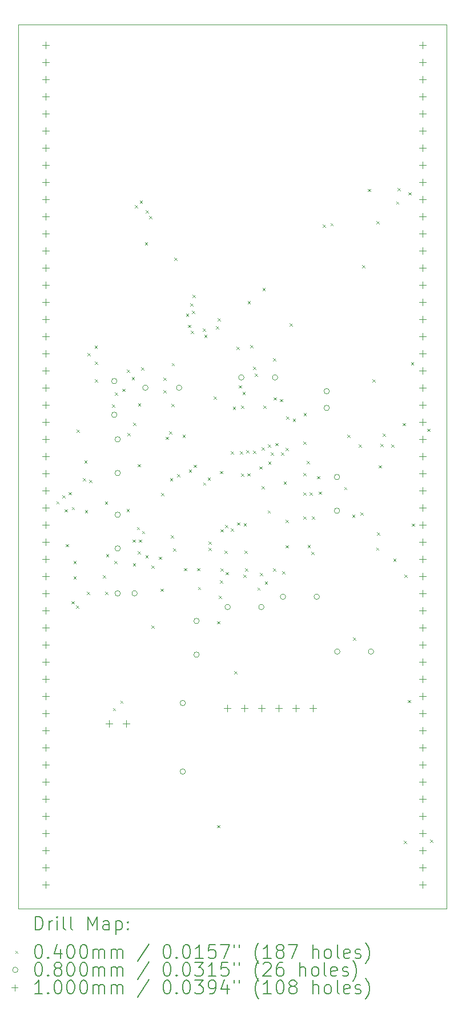
<source format=gbr>
%TF.GenerationSoftware,KiCad,Pcbnew,6.0.11-2627ca5db0~126~ubuntu22.04.1*%
%TF.CreationDate,2023-04-21T14:54:39-05:00*%
%TF.ProjectId,xc2c128_breakout,78633263-3132-4385-9f62-7265616b6f75,rev?*%
%TF.SameCoordinates,Original*%
%TF.FileFunction,Drillmap*%
%TF.FilePolarity,Positive*%
%FSLAX45Y45*%
G04 Gerber Fmt 4.5, Leading zero omitted, Abs format (unit mm)*
G04 Created by KiCad (PCBNEW 6.0.11-2627ca5db0~126~ubuntu22.04.1) date 2023-04-21 14:54:39*
%MOMM*%
%LPD*%
G01*
G04 APERTURE LIST*
%ADD10C,0.100000*%
%ADD11C,0.200000*%
%ADD12C,0.040000*%
%ADD13C,0.080000*%
G04 APERTURE END LIST*
D10*
X5283200Y-5740400D02*
X5435600Y-5740400D01*
X5283200Y-18846800D02*
X5283200Y-5740400D01*
X11633200Y-18846800D02*
X5283200Y-18846800D01*
X11633200Y-5740400D02*
X11633200Y-18846800D01*
X11531600Y-5740400D02*
X11633200Y-5740400D01*
X5435600Y-5740400D02*
X11531600Y-5740400D01*
D11*
D12*
X5847560Y-12807160D02*
X5887560Y-12847160D01*
X5887560Y-12807160D02*
X5847560Y-12847160D01*
X5934810Y-12718780D02*
X5974810Y-12758780D01*
X5974810Y-12718780D02*
X5934810Y-12758780D01*
X5969650Y-12926740D02*
X6009650Y-12966740D01*
X6009650Y-12926740D02*
X5969650Y-12966740D01*
X5988480Y-13442500D02*
X6028480Y-13482500D01*
X6028480Y-13442500D02*
X5988480Y-13482500D01*
X6026480Y-12673070D02*
X6066480Y-12713070D01*
X6066480Y-12673070D02*
X6026480Y-12713070D01*
X6069020Y-14288740D02*
X6109020Y-14328740D01*
X6109020Y-14288740D02*
X6069020Y-14328740D01*
X6075800Y-12893060D02*
X6115800Y-12933060D01*
X6115800Y-12893060D02*
X6075800Y-12933060D01*
X6100560Y-13691410D02*
X6140560Y-13731410D01*
X6140560Y-13691410D02*
X6100560Y-13731410D01*
X6100920Y-13921560D02*
X6140920Y-13961560D01*
X6140920Y-13921560D02*
X6100920Y-13961560D01*
X6139210Y-14355910D02*
X6179210Y-14395910D01*
X6179210Y-14355910D02*
X6139210Y-14395910D01*
X6148510Y-11745960D02*
X6188510Y-11785960D01*
X6188510Y-11745960D02*
X6148510Y-11785960D01*
X6237510Y-12462270D02*
X6277510Y-12502270D01*
X6277510Y-12462270D02*
X6237510Y-12502270D01*
X6261920Y-12199670D02*
X6301920Y-12239670D01*
X6301920Y-12199670D02*
X6261920Y-12239670D01*
X6269160Y-12941770D02*
X6309160Y-12981770D01*
X6309160Y-12941770D02*
X6269160Y-12981770D01*
X6300870Y-14147410D02*
X6340870Y-14187410D01*
X6340870Y-14147410D02*
X6300870Y-14187410D01*
X6310030Y-10610550D02*
X6350030Y-10650550D01*
X6350030Y-10610550D02*
X6310030Y-10650550D01*
X6333330Y-12488540D02*
X6373330Y-12528540D01*
X6373330Y-12488540D02*
X6333330Y-12528540D01*
X6414450Y-10502450D02*
X6454450Y-10542450D01*
X6454450Y-10502450D02*
X6414450Y-10542450D01*
X6417090Y-10999530D02*
X6457090Y-11039530D01*
X6457090Y-10999530D02*
X6417090Y-11039530D01*
X6417200Y-10739320D02*
X6457200Y-10779320D01*
X6457200Y-10739320D02*
X6417200Y-10779320D01*
X6536300Y-13901870D02*
X6576300Y-13941870D01*
X6576300Y-13901870D02*
X6536300Y-13941870D01*
X6566690Y-12811240D02*
X6606690Y-12851240D01*
X6606690Y-12811240D02*
X6566690Y-12851240D01*
X6569310Y-14151650D02*
X6609310Y-14191650D01*
X6609310Y-14151650D02*
X6569310Y-14191650D01*
X6582750Y-13589540D02*
X6622750Y-13629540D01*
X6622750Y-13589540D02*
X6582750Y-13629540D01*
X6672420Y-11372460D02*
X6712420Y-11412460D01*
X6712420Y-11372460D02*
X6672420Y-11412460D01*
X6685710Y-15872170D02*
X6725710Y-15912170D01*
X6725710Y-15872170D02*
X6685710Y-15912170D01*
X6703370Y-13691410D02*
X6743370Y-13731410D01*
X6743370Y-13691410D02*
X6703370Y-13731410D01*
X6716760Y-11196160D02*
X6756760Y-11236160D01*
X6756760Y-11196160D02*
X6716760Y-11236160D01*
X6795730Y-15762020D02*
X6835730Y-15802020D01*
X6835730Y-15762020D02*
X6795730Y-15802020D01*
X6825400Y-11139610D02*
X6865400Y-11179610D01*
X6865400Y-11139610D02*
X6825400Y-11179610D01*
X6888690Y-12922240D02*
X6928690Y-12962240D01*
X6928690Y-12922240D02*
X6888690Y-12962240D01*
X6889850Y-10857650D02*
X6929850Y-10897650D01*
X6929850Y-10857650D02*
X6889850Y-10897650D01*
X6903110Y-11795080D02*
X6943110Y-11835080D01*
X6943110Y-11795080D02*
X6903110Y-11835080D01*
X6964490Y-10964070D02*
X7004490Y-11004070D01*
X7004490Y-10964070D02*
X6964490Y-11004070D01*
X6974620Y-13375440D02*
X7014620Y-13415440D01*
X7014620Y-13375440D02*
X6974620Y-13415440D01*
X6982090Y-13726040D02*
X7022090Y-13766040D01*
X7022090Y-13726040D02*
X6982090Y-13766040D01*
X6982920Y-11645360D02*
X7022920Y-11685360D01*
X7022920Y-11645360D02*
X6982920Y-11685360D01*
X7012680Y-8416400D02*
X7052680Y-8456400D01*
X7052680Y-8416400D02*
X7012680Y-8456400D01*
X7040400Y-13188830D02*
X7080400Y-13228830D01*
X7080400Y-13188830D02*
X7040400Y-13228830D01*
X7053500Y-13546880D02*
X7093500Y-13586880D01*
X7093500Y-13546880D02*
X7053500Y-13586880D01*
X7055080Y-12257830D02*
X7095080Y-12297830D01*
X7095080Y-12257830D02*
X7055080Y-12297830D01*
X7057560Y-11358590D02*
X7097560Y-11398590D01*
X7097560Y-11358590D02*
X7057560Y-11398590D01*
X7069640Y-13375930D02*
X7109640Y-13415930D01*
X7109640Y-13375930D02*
X7069640Y-13415930D01*
X7083120Y-8352390D02*
X7123120Y-8392390D01*
X7123120Y-8352390D02*
X7083120Y-8392390D01*
X7102110Y-10825370D02*
X7142110Y-10865370D01*
X7142110Y-10825370D02*
X7102110Y-10865370D01*
X7115710Y-13247900D02*
X7155710Y-13287900D01*
X7155710Y-13247900D02*
X7115710Y-13287900D01*
X7158020Y-8967710D02*
X7198020Y-9007710D01*
X7198020Y-8967710D02*
X7158020Y-9007710D01*
X7167240Y-13608220D02*
X7207240Y-13648220D01*
X7207240Y-13608220D02*
X7167240Y-13648220D01*
X7171580Y-8493860D02*
X7211580Y-8533860D01*
X7211580Y-8493860D02*
X7171580Y-8533860D01*
X7222690Y-8577140D02*
X7262690Y-8617140D01*
X7262690Y-8577140D02*
X7222690Y-8617140D01*
X7253830Y-13759360D02*
X7293830Y-13799360D01*
X7293830Y-13759360D02*
X7253830Y-13799360D01*
X7253830Y-14648920D02*
X7293830Y-14688920D01*
X7293830Y-14648920D02*
X7253830Y-14688920D01*
X7364840Y-13629010D02*
X7404840Y-13669010D01*
X7404840Y-13629010D02*
X7364840Y-13669010D01*
X7389970Y-14103880D02*
X7429970Y-14143880D01*
X7429970Y-14103880D02*
X7389970Y-14143880D01*
X7398270Y-12683200D02*
X7438270Y-12723200D01*
X7438270Y-12683200D02*
X7398270Y-12723200D01*
X7436200Y-10977440D02*
X7476200Y-11017440D01*
X7476200Y-10977440D02*
X7436200Y-11017440D01*
X7436200Y-11161040D02*
X7476200Y-11201040D01*
X7476200Y-11161040D02*
X7436200Y-11201040D01*
X7470470Y-11852010D02*
X7510470Y-11892010D01*
X7510470Y-11852010D02*
X7470470Y-11892010D01*
X7521420Y-11768590D02*
X7561420Y-11808590D01*
X7561420Y-11768590D02*
X7521420Y-11808590D01*
X7532630Y-12465060D02*
X7572630Y-12505060D01*
X7572630Y-12465060D02*
X7532630Y-12505060D01*
X7543110Y-13312910D02*
X7583110Y-13352910D01*
X7583110Y-13312910D02*
X7543110Y-13352910D01*
X7551680Y-11365700D02*
X7591680Y-11405700D01*
X7591680Y-11365700D02*
X7551680Y-11405700D01*
X7556240Y-10759350D02*
X7596240Y-10799350D01*
X7596240Y-10759350D02*
X7556240Y-10799350D01*
X7580000Y-13506350D02*
X7620000Y-13546350D01*
X7620000Y-13506350D02*
X7580000Y-13546350D01*
X7592300Y-9194700D02*
X7632300Y-9234700D01*
X7632300Y-9194700D02*
X7592300Y-9234700D01*
X7635760Y-12408640D02*
X7675760Y-12448640D01*
X7675760Y-12408640D02*
X7635760Y-12448640D01*
X7717780Y-11823830D02*
X7757780Y-11863830D01*
X7757780Y-11823830D02*
X7717780Y-11863830D01*
X7736200Y-13799250D02*
X7776200Y-13839250D01*
X7776200Y-13799250D02*
X7736200Y-13839250D01*
X7767540Y-10029750D02*
X7807540Y-10069750D01*
X7807540Y-10029750D02*
X7767540Y-10069750D01*
X7797020Y-10190990D02*
X7837020Y-10230990D01*
X7837020Y-10190990D02*
X7797020Y-10230990D01*
X7810610Y-12336900D02*
X7850610Y-12376900D01*
X7850610Y-12336900D02*
X7810610Y-12376900D01*
X7832130Y-9872350D02*
X7872130Y-9912350D01*
X7872130Y-9872350D02*
X7832130Y-9912350D01*
X7840350Y-10282050D02*
X7880350Y-10322050D01*
X7880350Y-10282050D02*
X7840350Y-10322050D01*
X7856630Y-9984360D02*
X7896630Y-10024360D01*
X7896630Y-9984360D02*
X7856630Y-10024360D01*
X7866300Y-9745080D02*
X7906300Y-9785080D01*
X7906300Y-9745080D02*
X7866300Y-9785080D01*
X7882910Y-12265380D02*
X7922910Y-12305380D01*
X7922910Y-12265380D02*
X7882910Y-12305380D01*
X7936200Y-13799040D02*
X7976200Y-13839040D01*
X7976200Y-13799040D02*
X7936200Y-13839040D01*
X7945900Y-14078910D02*
X7985900Y-14118910D01*
X7985900Y-14078910D02*
X7945900Y-14118910D01*
X8019080Y-10247760D02*
X8059080Y-10287760D01*
X8059080Y-10247760D02*
X8019080Y-10287760D01*
X8023530Y-12528070D02*
X8063530Y-12568070D01*
X8063530Y-12528070D02*
X8023530Y-12568070D01*
X8039400Y-10342780D02*
X8079400Y-10382780D01*
X8079400Y-10342780D02*
X8039400Y-10382780D01*
X8091070Y-12459560D02*
X8131070Y-12499560D01*
X8131070Y-12459560D02*
X8091070Y-12499560D01*
X8105160Y-13405710D02*
X8145160Y-13445710D01*
X8145160Y-13405710D02*
X8105160Y-13445710D01*
X8105160Y-13500730D02*
X8145160Y-13540730D01*
X8145160Y-13500730D02*
X8105160Y-13540730D01*
X8178220Y-11252210D02*
X8218220Y-11292210D01*
X8218220Y-11252210D02*
X8178220Y-11292210D01*
X8214520Y-10213670D02*
X8254520Y-10253670D01*
X8254520Y-10213670D02*
X8214520Y-10253670D01*
X8227860Y-14587110D02*
X8267860Y-14627110D01*
X8267860Y-14587110D02*
X8227860Y-14627110D01*
X8227860Y-17608350D02*
X8267860Y-17648350D01*
X8267860Y-17608350D02*
X8227860Y-17648350D01*
X8237270Y-10093960D02*
X8277270Y-10133960D01*
X8277270Y-10093960D02*
X8237270Y-10133960D01*
X8258170Y-14206590D02*
X8298170Y-14246590D01*
X8298170Y-14206590D02*
X8258170Y-14246590D01*
X8272080Y-12359770D02*
X8312080Y-12399770D01*
X8312080Y-12359770D02*
X8272080Y-12399770D01*
X8274490Y-13978750D02*
X8314490Y-14018750D01*
X8314490Y-13978750D02*
X8274490Y-14018750D01*
X8278050Y-13801000D02*
X8318050Y-13841000D01*
X8318050Y-13801000D02*
X8278050Y-13841000D01*
X8283310Y-13223930D02*
X8323310Y-13263930D01*
X8323310Y-13223930D02*
X8283310Y-13263930D01*
X8339190Y-13539760D02*
X8379190Y-13579760D01*
X8379190Y-13539760D02*
X8339190Y-13579760D01*
X8350500Y-13156740D02*
X8390500Y-13196740D01*
X8390500Y-13156740D02*
X8350500Y-13196740D01*
X8355100Y-13858330D02*
X8395100Y-13898330D01*
X8395100Y-13858330D02*
X8355100Y-13898330D01*
X8434160Y-13207460D02*
X8474160Y-13247460D01*
X8474160Y-13207460D02*
X8434160Y-13247460D01*
X8436200Y-12066690D02*
X8476200Y-12106690D01*
X8476200Y-12066690D02*
X8436200Y-12106690D01*
X8463330Y-11406460D02*
X8503330Y-11446460D01*
X8503330Y-11406460D02*
X8463330Y-11446460D01*
X8486200Y-15327730D02*
X8526200Y-15367730D01*
X8526200Y-15327730D02*
X8486200Y-15367730D01*
X8516760Y-10519530D02*
X8556760Y-10559530D01*
X8556760Y-10519530D02*
X8516760Y-10559530D01*
X8528450Y-13120690D02*
X8568450Y-13160690D01*
X8568450Y-13120690D02*
X8528450Y-13160690D01*
X8553630Y-11088850D02*
X8593630Y-11128850D01*
X8593630Y-11088850D02*
X8553630Y-11128850D01*
X8568260Y-12066680D02*
X8608260Y-12106680D01*
X8608260Y-12066680D02*
X8568260Y-12106680D01*
X8584060Y-12398470D02*
X8624060Y-12438470D01*
X8624060Y-12398470D02*
X8584060Y-12438470D01*
X8584340Y-11391170D02*
X8624340Y-11431170D01*
X8624340Y-11391170D02*
X8584340Y-11431170D01*
X8605760Y-11185510D02*
X8645760Y-11225510D01*
X8645760Y-11185510D02*
X8605760Y-11225510D01*
X8621820Y-13897400D02*
X8661820Y-13937400D01*
X8661820Y-13897400D02*
X8621820Y-13937400D01*
X8623470Y-13136850D02*
X8663470Y-13176850D01*
X8663470Y-13136850D02*
X8623470Y-13176850D01*
X8636200Y-13539560D02*
X8676200Y-13579560D01*
X8676200Y-13539560D02*
X8636200Y-13579560D01*
X8647210Y-13799990D02*
X8687210Y-13839990D01*
X8687210Y-13799990D02*
X8647210Y-13839990D01*
X8663280Y-12048500D02*
X8703280Y-12088500D01*
X8703280Y-12048500D02*
X8663280Y-12088500D01*
X8679080Y-12392780D02*
X8719080Y-12432780D01*
X8719080Y-12392780D02*
X8679080Y-12432780D01*
X8682380Y-9838400D02*
X8722380Y-9878400D01*
X8722380Y-9838400D02*
X8682380Y-9878400D01*
X8723080Y-10490290D02*
X8763080Y-10530290D01*
X8763080Y-10490290D02*
X8723080Y-10530290D01*
X8761140Y-12058970D02*
X8801140Y-12098970D01*
X8801140Y-12058970D02*
X8761140Y-12098970D01*
X8762820Y-10813450D02*
X8802820Y-10853450D01*
X8802820Y-10813450D02*
X8762820Y-10853450D01*
X8790360Y-10914980D02*
X8830360Y-10954980D01*
X8830360Y-10914980D02*
X8790360Y-10954980D01*
X8826760Y-14087270D02*
X8866760Y-14127270D01*
X8866760Y-14087270D02*
X8826760Y-14127270D01*
X8859160Y-12290860D02*
X8899160Y-12330860D01*
X8899160Y-12290860D02*
X8859160Y-12330860D01*
X8866240Y-13871940D02*
X8906240Y-13911940D01*
X8906240Y-13871940D02*
X8866240Y-13911940D01*
X8891180Y-12010180D02*
X8931180Y-12050180D01*
X8931180Y-12010180D02*
X8891180Y-12050180D01*
X8891430Y-12583940D02*
X8931430Y-12623940D01*
X8931430Y-12583940D02*
X8891430Y-12623940D01*
X8903470Y-9645170D02*
X8943470Y-9685170D01*
X8943470Y-9645170D02*
X8903470Y-9685170D01*
X8914180Y-11388390D02*
X8954180Y-11428390D01*
X8954180Y-11388390D02*
X8914180Y-11428390D01*
X8936200Y-13999210D02*
X8976200Y-14039210D01*
X8976200Y-13999210D02*
X8936200Y-14039210D01*
X8978450Y-12943040D02*
X9018450Y-12983040D01*
X9018450Y-12943040D02*
X8978450Y-12983040D01*
X8986200Y-11968180D02*
X9026200Y-12008180D01*
X9026200Y-11968180D02*
X8986200Y-12008180D01*
X8987190Y-12220010D02*
X9027190Y-12260010D01*
X9027190Y-12220010D02*
X8987190Y-12260010D01*
X9025160Y-12085900D02*
X9065160Y-12125900D01*
X9065160Y-12085900D02*
X9025160Y-12125900D01*
X9060290Y-13804310D02*
X9100290Y-13844310D01*
X9100290Y-13804310D02*
X9060290Y-13844310D01*
X9060960Y-10688600D02*
X9100960Y-10728600D01*
X9100960Y-10688600D02*
X9060960Y-10728600D01*
X9067590Y-11267270D02*
X9107590Y-11307270D01*
X9107590Y-11267270D02*
X9067590Y-11307270D01*
X9091240Y-11944670D02*
X9131240Y-11984670D01*
X9131240Y-11944670D02*
X9091240Y-11984670D01*
X9162610Y-11292180D02*
X9202610Y-11332180D01*
X9202610Y-11292180D02*
X9162610Y-11332180D01*
X9178700Y-12084270D02*
X9218700Y-12124270D01*
X9218700Y-12084270D02*
X9178700Y-12124270D01*
X9195190Y-13845830D02*
X9235190Y-13885830D01*
X9235190Y-13845830D02*
X9195190Y-13885830D01*
X9217240Y-12515040D02*
X9257240Y-12555040D01*
X9257240Y-12515040D02*
X9217240Y-12555040D01*
X9244080Y-13086040D02*
X9284080Y-13126040D01*
X9284080Y-13086040D02*
X9244080Y-13126040D01*
X9247260Y-13459260D02*
X9287260Y-13499260D01*
X9287260Y-13459260D02*
X9247260Y-13499260D01*
X9247580Y-12018450D02*
X9287580Y-12058450D01*
X9287580Y-12018450D02*
X9247580Y-12058450D01*
X9256870Y-11549780D02*
X9296870Y-11589780D01*
X9296870Y-11549780D02*
X9256870Y-11589780D01*
X9305590Y-10173330D02*
X9345590Y-10213330D01*
X9345590Y-10173330D02*
X9305590Y-10213330D01*
X9352290Y-11582790D02*
X9392290Y-11622790D01*
X9392290Y-11582790D02*
X9352290Y-11622790D01*
X9506250Y-11921870D02*
X9546250Y-11961870D01*
X9546250Y-11921870D02*
X9506250Y-11961870D01*
X9507770Y-12387680D02*
X9547770Y-12427680D01*
X9547770Y-12387680D02*
X9507770Y-12427680D01*
X9508540Y-12674510D02*
X9548540Y-12714510D01*
X9548540Y-12674510D02*
X9508540Y-12714510D01*
X9509880Y-13035240D02*
X9549880Y-13075240D01*
X9549880Y-13035240D02*
X9509880Y-13075240D01*
X9513700Y-11499410D02*
X9553700Y-11539410D01*
X9553700Y-11499410D02*
X9513700Y-11539410D01*
X9561790Y-12213390D02*
X9601790Y-12253390D01*
X9601790Y-12213390D02*
X9561790Y-12253390D01*
X9571040Y-13456010D02*
X9611040Y-13496010D01*
X9611040Y-13456010D02*
X9571040Y-13496010D01*
X9603550Y-12674510D02*
X9643550Y-12714510D01*
X9643550Y-12674510D02*
X9603550Y-12714510D01*
X9626900Y-13559010D02*
X9666900Y-13599010D01*
X9666900Y-13559010D02*
X9626900Y-13599010D01*
X9632780Y-13034250D02*
X9672780Y-13074250D01*
X9672780Y-13034250D02*
X9632780Y-13074250D01*
X9710160Y-12436500D02*
X9750160Y-12476500D01*
X9750160Y-12436500D02*
X9710160Y-12476500D01*
X9736740Y-12664130D02*
X9776740Y-12704130D01*
X9776740Y-12664130D02*
X9736740Y-12704130D01*
X9796610Y-8706410D02*
X9836610Y-8746410D01*
X9836610Y-8706410D02*
X9796610Y-8746410D01*
X9909780Y-8685200D02*
X9949780Y-8725200D01*
X9949780Y-8685200D02*
X9909780Y-8725200D01*
X10114760Y-12595410D02*
X10154760Y-12635410D01*
X10154760Y-12595410D02*
X10114760Y-12635410D01*
X10159840Y-11821120D02*
X10199840Y-11861120D01*
X10199840Y-11821120D02*
X10159840Y-11861120D01*
X10232600Y-13004590D02*
X10272600Y-13044590D01*
X10272600Y-13004590D02*
X10232600Y-13044590D01*
X10244770Y-14827060D02*
X10284770Y-14867060D01*
X10284770Y-14827060D02*
X10244770Y-14867060D01*
X10331620Y-11964800D02*
X10371620Y-12004800D01*
X10371620Y-11964800D02*
X10331620Y-12004800D01*
X10355120Y-12974810D02*
X10395120Y-13014810D01*
X10395120Y-12974810D02*
X10355120Y-13014810D01*
X10379320Y-9304510D02*
X10419320Y-9344510D01*
X10419320Y-9304510D02*
X10379320Y-9344510D01*
X10463700Y-8177720D02*
X10503700Y-8217720D01*
X10503700Y-8177720D02*
X10463700Y-8217720D01*
X10535010Y-10997410D02*
X10575010Y-11037410D01*
X10575010Y-10997410D02*
X10535010Y-11037410D01*
X10588920Y-13494950D02*
X10628920Y-13534950D01*
X10628920Y-13494950D02*
X10588920Y-13534950D01*
X10589570Y-8655280D02*
X10629570Y-8695280D01*
X10629570Y-8655280D02*
X10589570Y-8695280D01*
X10599560Y-13266380D02*
X10639560Y-13306380D01*
X10639560Y-13266380D02*
X10599560Y-13306380D01*
X10627960Y-12273590D02*
X10667960Y-12313590D01*
X10667960Y-12273590D02*
X10627960Y-12313590D01*
X10651360Y-11958500D02*
X10691360Y-11998500D01*
X10691360Y-11958500D02*
X10651360Y-11998500D01*
X10688310Y-11806350D02*
X10728310Y-11846350D01*
X10728310Y-11806350D02*
X10688310Y-11846350D01*
X10812670Y-11965520D02*
X10852670Y-12005520D01*
X10852670Y-11965520D02*
X10812670Y-12005520D01*
X10843000Y-13656860D02*
X10883000Y-13696860D01*
X10883000Y-13656860D02*
X10843000Y-13696860D01*
X10885250Y-8363190D02*
X10925250Y-8403190D01*
X10925250Y-8363190D02*
X10885250Y-8403190D01*
X10906200Y-8164590D02*
X10946200Y-8204590D01*
X10946200Y-8164590D02*
X10906200Y-8204590D01*
X10982620Y-11647180D02*
X11022620Y-11687180D01*
X11022620Y-11647180D02*
X10982620Y-11687180D01*
X10999810Y-17842370D02*
X11039810Y-17882370D01*
X11039810Y-17842370D02*
X10999810Y-17882370D01*
X11005330Y-13897970D02*
X11045330Y-13937970D01*
X11045330Y-13897970D02*
X11005330Y-13937970D01*
X11055700Y-15753960D02*
X11095700Y-15793960D01*
X11095700Y-15753960D02*
X11055700Y-15793960D01*
X11066330Y-8227860D02*
X11106330Y-8267860D01*
X11106330Y-8227860D02*
X11066330Y-8267860D01*
X11105050Y-10743620D02*
X11145050Y-10783620D01*
X11145050Y-10743620D02*
X11105050Y-10783620D01*
X11116680Y-13137700D02*
X11156680Y-13177700D01*
X11156680Y-13137700D02*
X11116680Y-13177700D01*
X11347120Y-11732540D02*
X11387120Y-11772540D01*
X11387120Y-11732540D02*
X11347120Y-11772540D01*
X11390860Y-17821800D02*
X11430860Y-17861800D01*
X11430860Y-17821800D02*
X11390860Y-17861800D01*
D13*
X6745600Y-11027600D02*
G75*
G03*
X6745600Y-11027600I-40000J0D01*
G01*
X6745600Y-11527600D02*
G75*
G03*
X6745600Y-11527600I-40000J0D01*
G01*
X6796400Y-11891200D02*
G75*
G03*
X6796400Y-11891200I-40000J0D01*
G01*
X6796400Y-12391200D02*
G75*
G03*
X6796400Y-12391200I-40000J0D01*
G01*
X6796400Y-13008800D02*
G75*
G03*
X6796400Y-13008800I-40000J0D01*
G01*
X6796400Y-13508800D02*
G75*
G03*
X6796400Y-13508800I-40000J0D01*
G01*
X6796400Y-14173200D02*
G75*
G03*
X6796400Y-14173200I-40000J0D01*
G01*
X7046400Y-14173200D02*
G75*
G03*
X7046400Y-14173200I-40000J0D01*
G01*
X7206800Y-11125200D02*
G75*
G03*
X7206800Y-11125200I-40000J0D01*
G01*
X7706800Y-11125200D02*
G75*
G03*
X7706800Y-11125200I-40000J0D01*
G01*
X7761600Y-15798800D02*
G75*
G03*
X7761600Y-15798800I-40000J0D01*
G01*
X7761600Y-16814800D02*
G75*
G03*
X7761600Y-16814800I-40000J0D01*
G01*
X7964800Y-14583600D02*
G75*
G03*
X7964800Y-14583600I-40000J0D01*
G01*
X7964800Y-15083600D02*
G75*
G03*
X7964800Y-15083600I-40000J0D01*
G01*
X8426000Y-14376400D02*
G75*
G03*
X8426000Y-14376400I-40000J0D01*
G01*
X8629200Y-10972800D02*
G75*
G03*
X8629200Y-10972800I-40000J0D01*
G01*
X8926000Y-14376400D02*
G75*
G03*
X8926000Y-14376400I-40000J0D01*
G01*
X9129200Y-10972800D02*
G75*
G03*
X9129200Y-10972800I-40000J0D01*
G01*
X9246800Y-14224000D02*
G75*
G03*
X9246800Y-14224000I-40000J0D01*
G01*
X9746800Y-14224000D02*
G75*
G03*
X9746800Y-14224000I-40000J0D01*
G01*
X9895200Y-11176000D02*
G75*
G03*
X9895200Y-11176000I-40000J0D01*
G01*
X9895200Y-11426000D02*
G75*
G03*
X9895200Y-11426000I-40000J0D01*
G01*
X10047600Y-12450000D02*
G75*
G03*
X10047600Y-12450000I-40000J0D01*
G01*
X10047600Y-12950000D02*
G75*
G03*
X10047600Y-12950000I-40000J0D01*
G01*
X10051600Y-15036800D02*
G75*
G03*
X10051600Y-15036800I-40000J0D01*
G01*
X10551600Y-15036800D02*
G75*
G03*
X10551600Y-15036800I-40000J0D01*
G01*
D10*
X5689600Y-5995700D02*
X5689600Y-6095700D01*
X5639600Y-6045700D02*
X5739600Y-6045700D01*
X5689600Y-6249700D02*
X5689600Y-6349700D01*
X5639600Y-6299700D02*
X5739600Y-6299700D01*
X5689600Y-6503700D02*
X5689600Y-6603700D01*
X5639600Y-6553700D02*
X5739600Y-6553700D01*
X5689600Y-6757700D02*
X5689600Y-6857700D01*
X5639600Y-6807700D02*
X5739600Y-6807700D01*
X5689600Y-7011700D02*
X5689600Y-7111700D01*
X5639600Y-7061700D02*
X5739600Y-7061700D01*
X5689600Y-7265700D02*
X5689600Y-7365700D01*
X5639600Y-7315700D02*
X5739600Y-7315700D01*
X5689600Y-7519700D02*
X5689600Y-7619700D01*
X5639600Y-7569700D02*
X5739600Y-7569700D01*
X5689600Y-7773700D02*
X5689600Y-7873700D01*
X5639600Y-7823700D02*
X5739600Y-7823700D01*
X5689600Y-8027700D02*
X5689600Y-8127700D01*
X5639600Y-8077700D02*
X5739600Y-8077700D01*
X5689600Y-8281700D02*
X5689600Y-8381700D01*
X5639600Y-8331700D02*
X5739600Y-8331700D01*
X5689600Y-8535200D02*
X5689600Y-8635200D01*
X5639600Y-8585200D02*
X5739600Y-8585200D01*
X5689600Y-8789200D02*
X5689600Y-8889200D01*
X5639600Y-8839200D02*
X5739600Y-8839200D01*
X5689600Y-9043200D02*
X5689600Y-9143200D01*
X5639600Y-9093200D02*
X5739600Y-9093200D01*
X5689600Y-9297200D02*
X5689600Y-9397200D01*
X5639600Y-9347200D02*
X5739600Y-9347200D01*
X5689600Y-9551200D02*
X5689600Y-9651200D01*
X5639600Y-9601200D02*
X5739600Y-9601200D01*
X5689600Y-9805200D02*
X5689600Y-9905200D01*
X5639600Y-9855200D02*
X5739600Y-9855200D01*
X5689600Y-10059200D02*
X5689600Y-10159200D01*
X5639600Y-10109200D02*
X5739600Y-10109200D01*
X5689600Y-10313200D02*
X5689600Y-10413200D01*
X5639600Y-10363200D02*
X5739600Y-10363200D01*
X5689600Y-10567200D02*
X5689600Y-10667200D01*
X5639600Y-10617200D02*
X5739600Y-10617200D01*
X5689600Y-10821200D02*
X5689600Y-10921200D01*
X5639600Y-10871200D02*
X5739600Y-10871200D01*
X5689600Y-11075200D02*
X5689600Y-11175200D01*
X5639600Y-11125200D02*
X5739600Y-11125200D01*
X5689600Y-11329200D02*
X5689600Y-11429200D01*
X5639600Y-11379200D02*
X5739600Y-11379200D01*
X5689600Y-11583200D02*
X5689600Y-11683200D01*
X5639600Y-11633200D02*
X5739600Y-11633200D01*
X5689600Y-11837200D02*
X5689600Y-11937200D01*
X5639600Y-11887200D02*
X5739600Y-11887200D01*
X5689600Y-12091200D02*
X5689600Y-12191200D01*
X5639600Y-12141200D02*
X5739600Y-12141200D01*
X5689600Y-12345200D02*
X5689600Y-12445200D01*
X5639600Y-12395200D02*
X5739600Y-12395200D01*
X5689600Y-12599200D02*
X5689600Y-12699200D01*
X5639600Y-12649200D02*
X5739600Y-12649200D01*
X5689600Y-12853200D02*
X5689600Y-12953200D01*
X5639600Y-12903200D02*
X5739600Y-12903200D01*
X5689600Y-13107200D02*
X5689600Y-13207200D01*
X5639600Y-13157200D02*
X5739600Y-13157200D01*
X5689600Y-13361200D02*
X5689600Y-13461200D01*
X5639600Y-13411200D02*
X5739600Y-13411200D01*
X5689600Y-13615200D02*
X5689600Y-13715200D01*
X5639600Y-13665200D02*
X5739600Y-13665200D01*
X5689600Y-13869200D02*
X5689600Y-13969200D01*
X5639600Y-13919200D02*
X5739600Y-13919200D01*
X5689600Y-14123200D02*
X5689600Y-14223200D01*
X5639600Y-14173200D02*
X5739600Y-14173200D01*
X5689600Y-14377200D02*
X5689600Y-14477200D01*
X5639600Y-14427200D02*
X5739600Y-14427200D01*
X5689600Y-14631200D02*
X5689600Y-14731200D01*
X5639600Y-14681200D02*
X5739600Y-14681200D01*
X5689600Y-14885200D02*
X5689600Y-14985200D01*
X5639600Y-14935200D02*
X5739600Y-14935200D01*
X5689600Y-15139200D02*
X5689600Y-15239200D01*
X5639600Y-15189200D02*
X5739600Y-15189200D01*
X5689600Y-15393200D02*
X5689600Y-15493200D01*
X5639600Y-15443200D02*
X5739600Y-15443200D01*
X5689600Y-15647200D02*
X5689600Y-15747200D01*
X5639600Y-15697200D02*
X5739600Y-15697200D01*
X5689600Y-15901200D02*
X5689600Y-16001200D01*
X5639600Y-15951200D02*
X5739600Y-15951200D01*
X5689600Y-16155200D02*
X5689600Y-16255200D01*
X5639600Y-16205200D02*
X5739600Y-16205200D01*
X5689600Y-16409200D02*
X5689600Y-16509200D01*
X5639600Y-16459200D02*
X5739600Y-16459200D01*
X5689600Y-16663200D02*
X5689600Y-16763200D01*
X5639600Y-16713200D02*
X5739600Y-16713200D01*
X5689600Y-16917200D02*
X5689600Y-17017200D01*
X5639600Y-16967200D02*
X5739600Y-16967200D01*
X5689600Y-17171200D02*
X5689600Y-17271200D01*
X5639600Y-17221200D02*
X5739600Y-17221200D01*
X5689600Y-17425200D02*
X5689600Y-17525200D01*
X5639600Y-17475200D02*
X5739600Y-17475200D01*
X5689600Y-17679200D02*
X5689600Y-17779200D01*
X5639600Y-17729200D02*
X5739600Y-17729200D01*
X5689600Y-17933200D02*
X5689600Y-18033200D01*
X5639600Y-17983200D02*
X5739600Y-17983200D01*
X5689600Y-18187200D02*
X5689600Y-18287200D01*
X5639600Y-18237200D02*
X5739600Y-18237200D01*
X5689600Y-18441200D02*
X5689600Y-18541200D01*
X5639600Y-18491200D02*
X5739600Y-18491200D01*
X6628900Y-16053600D02*
X6628900Y-16153600D01*
X6578900Y-16103600D02*
X6678900Y-16103600D01*
X6882900Y-16053600D02*
X6882900Y-16153600D01*
X6832900Y-16103600D02*
X6932900Y-16103600D01*
X8382000Y-15825000D02*
X8382000Y-15925000D01*
X8332000Y-15875000D02*
X8432000Y-15875000D01*
X8636000Y-15825000D02*
X8636000Y-15925000D01*
X8586000Y-15875000D02*
X8686000Y-15875000D01*
X8890000Y-15825000D02*
X8890000Y-15925000D01*
X8840000Y-15875000D02*
X8940000Y-15875000D01*
X9144000Y-15825000D02*
X9144000Y-15925000D01*
X9094000Y-15875000D02*
X9194000Y-15875000D01*
X9398000Y-15825000D02*
X9398000Y-15925000D01*
X9348000Y-15875000D02*
X9448000Y-15875000D01*
X9652000Y-15825000D02*
X9652000Y-15925000D01*
X9602000Y-15875000D02*
X9702000Y-15875000D01*
X11277600Y-5995700D02*
X11277600Y-6095700D01*
X11227600Y-6045700D02*
X11327600Y-6045700D01*
X11277600Y-6249700D02*
X11277600Y-6349700D01*
X11227600Y-6299700D02*
X11327600Y-6299700D01*
X11277600Y-6503700D02*
X11277600Y-6603700D01*
X11227600Y-6553700D02*
X11327600Y-6553700D01*
X11277600Y-6757700D02*
X11277600Y-6857700D01*
X11227600Y-6807700D02*
X11327600Y-6807700D01*
X11277600Y-7011700D02*
X11277600Y-7111700D01*
X11227600Y-7061700D02*
X11327600Y-7061700D01*
X11277600Y-7265700D02*
X11277600Y-7365700D01*
X11227600Y-7315700D02*
X11327600Y-7315700D01*
X11277600Y-7519700D02*
X11277600Y-7619700D01*
X11227600Y-7569700D02*
X11327600Y-7569700D01*
X11277600Y-7773700D02*
X11277600Y-7873700D01*
X11227600Y-7823700D02*
X11327600Y-7823700D01*
X11277600Y-8027700D02*
X11277600Y-8127700D01*
X11227600Y-8077700D02*
X11327600Y-8077700D01*
X11277600Y-8281700D02*
X11277600Y-8381700D01*
X11227600Y-8331700D02*
X11327600Y-8331700D01*
X11277600Y-8535700D02*
X11277600Y-8635700D01*
X11227600Y-8585700D02*
X11327600Y-8585700D01*
X11277600Y-8789700D02*
X11277600Y-8889700D01*
X11227600Y-8839700D02*
X11327600Y-8839700D01*
X11277600Y-9043700D02*
X11277600Y-9143700D01*
X11227600Y-9093700D02*
X11327600Y-9093700D01*
X11277600Y-9297700D02*
X11277600Y-9397700D01*
X11227600Y-9347700D02*
X11327600Y-9347700D01*
X11277600Y-9551700D02*
X11277600Y-9651700D01*
X11227600Y-9601700D02*
X11327600Y-9601700D01*
X11277600Y-9805700D02*
X11277600Y-9905700D01*
X11227600Y-9855700D02*
X11327600Y-9855700D01*
X11277600Y-10059700D02*
X11277600Y-10159700D01*
X11227600Y-10109700D02*
X11327600Y-10109700D01*
X11277600Y-10313700D02*
X11277600Y-10413700D01*
X11227600Y-10363700D02*
X11327600Y-10363700D01*
X11277600Y-10567700D02*
X11277600Y-10667700D01*
X11227600Y-10617700D02*
X11327600Y-10617700D01*
X11277600Y-10821700D02*
X11277600Y-10921700D01*
X11227600Y-10871700D02*
X11327600Y-10871700D01*
X11277600Y-11075700D02*
X11277600Y-11175700D01*
X11227600Y-11125700D02*
X11327600Y-11125700D01*
X11277600Y-11329700D02*
X11277600Y-11429700D01*
X11227600Y-11379700D02*
X11327600Y-11379700D01*
X11277600Y-11583700D02*
X11277600Y-11683700D01*
X11227600Y-11633700D02*
X11327600Y-11633700D01*
X11277600Y-11837700D02*
X11277600Y-11937700D01*
X11227600Y-11887700D02*
X11327600Y-11887700D01*
X11277600Y-12091700D02*
X11277600Y-12191700D01*
X11227600Y-12141700D02*
X11327600Y-12141700D01*
X11277600Y-12345700D02*
X11277600Y-12445700D01*
X11227600Y-12395700D02*
X11327600Y-12395700D01*
X11277600Y-12599700D02*
X11277600Y-12699700D01*
X11227600Y-12649700D02*
X11327600Y-12649700D01*
X11277600Y-12853700D02*
X11277600Y-12953700D01*
X11227600Y-12903700D02*
X11327600Y-12903700D01*
X11277600Y-13107700D02*
X11277600Y-13207700D01*
X11227600Y-13157700D02*
X11327600Y-13157700D01*
X11277600Y-13361700D02*
X11277600Y-13461700D01*
X11227600Y-13411700D02*
X11327600Y-13411700D01*
X11277600Y-13615700D02*
X11277600Y-13715700D01*
X11227600Y-13665700D02*
X11327600Y-13665700D01*
X11277600Y-13869700D02*
X11277600Y-13969700D01*
X11227600Y-13919700D02*
X11327600Y-13919700D01*
X11277600Y-14123700D02*
X11277600Y-14223700D01*
X11227600Y-14173700D02*
X11327600Y-14173700D01*
X11277600Y-14377700D02*
X11277600Y-14477700D01*
X11227600Y-14427700D02*
X11327600Y-14427700D01*
X11277600Y-14631700D02*
X11277600Y-14731700D01*
X11227600Y-14681700D02*
X11327600Y-14681700D01*
X11277600Y-14885700D02*
X11277600Y-14985700D01*
X11227600Y-14935700D02*
X11327600Y-14935700D01*
X11277600Y-15139700D02*
X11277600Y-15239700D01*
X11227600Y-15189700D02*
X11327600Y-15189700D01*
X11277600Y-15393700D02*
X11277600Y-15493700D01*
X11227600Y-15443700D02*
X11327600Y-15443700D01*
X11277600Y-15647700D02*
X11277600Y-15747700D01*
X11227600Y-15697700D02*
X11327600Y-15697700D01*
X11277600Y-15901700D02*
X11277600Y-16001700D01*
X11227600Y-15951700D02*
X11327600Y-15951700D01*
X11277600Y-16155200D02*
X11277600Y-16255200D01*
X11227600Y-16205200D02*
X11327600Y-16205200D01*
X11277600Y-16409200D02*
X11277600Y-16509200D01*
X11227600Y-16459200D02*
X11327600Y-16459200D01*
X11277600Y-16663200D02*
X11277600Y-16763200D01*
X11227600Y-16713200D02*
X11327600Y-16713200D01*
X11277600Y-16917200D02*
X11277600Y-17017200D01*
X11227600Y-16967200D02*
X11327600Y-16967200D01*
X11277600Y-17171200D02*
X11277600Y-17271200D01*
X11227600Y-17221200D02*
X11327600Y-17221200D01*
X11277600Y-17425200D02*
X11277600Y-17525200D01*
X11227600Y-17475200D02*
X11327600Y-17475200D01*
X11277600Y-17679200D02*
X11277600Y-17779200D01*
X11227600Y-17729200D02*
X11327600Y-17729200D01*
X11277600Y-17933200D02*
X11277600Y-18033200D01*
X11227600Y-17983200D02*
X11327600Y-17983200D01*
X11277600Y-18187200D02*
X11277600Y-18287200D01*
X11227600Y-18237200D02*
X11327600Y-18237200D01*
X11277600Y-18441200D02*
X11277600Y-18541200D01*
X11227600Y-18491200D02*
X11327600Y-18491200D01*
D11*
X5535819Y-19162276D02*
X5535819Y-18962276D01*
X5583438Y-18962276D01*
X5612009Y-18971800D01*
X5631057Y-18990848D01*
X5640581Y-19009895D01*
X5650105Y-19047990D01*
X5650105Y-19076562D01*
X5640581Y-19114657D01*
X5631057Y-19133705D01*
X5612009Y-19152752D01*
X5583438Y-19162276D01*
X5535819Y-19162276D01*
X5735819Y-19162276D02*
X5735819Y-19028943D01*
X5735819Y-19067038D02*
X5745343Y-19047990D01*
X5754867Y-19038467D01*
X5773914Y-19028943D01*
X5792962Y-19028943D01*
X5859628Y-19162276D02*
X5859628Y-19028943D01*
X5859628Y-18962276D02*
X5850105Y-18971800D01*
X5859628Y-18981324D01*
X5869152Y-18971800D01*
X5859628Y-18962276D01*
X5859628Y-18981324D01*
X5983438Y-19162276D02*
X5964390Y-19152752D01*
X5954867Y-19133705D01*
X5954867Y-18962276D01*
X6088200Y-19162276D02*
X6069152Y-19152752D01*
X6059628Y-19133705D01*
X6059628Y-18962276D01*
X6316771Y-19162276D02*
X6316771Y-18962276D01*
X6383438Y-19105133D01*
X6450105Y-18962276D01*
X6450105Y-19162276D01*
X6631057Y-19162276D02*
X6631057Y-19057514D01*
X6621533Y-19038467D01*
X6602486Y-19028943D01*
X6564390Y-19028943D01*
X6545343Y-19038467D01*
X6631057Y-19152752D02*
X6612009Y-19162276D01*
X6564390Y-19162276D01*
X6545343Y-19152752D01*
X6535819Y-19133705D01*
X6535819Y-19114657D01*
X6545343Y-19095610D01*
X6564390Y-19086086D01*
X6612009Y-19086086D01*
X6631057Y-19076562D01*
X6726295Y-19028943D02*
X6726295Y-19228943D01*
X6726295Y-19038467D02*
X6745343Y-19028943D01*
X6783438Y-19028943D01*
X6802486Y-19038467D01*
X6812009Y-19047990D01*
X6821533Y-19067038D01*
X6821533Y-19124181D01*
X6812009Y-19143229D01*
X6802486Y-19152752D01*
X6783438Y-19162276D01*
X6745343Y-19162276D01*
X6726295Y-19152752D01*
X6907248Y-19143229D02*
X6916771Y-19152752D01*
X6907248Y-19162276D01*
X6897724Y-19152752D01*
X6907248Y-19143229D01*
X6907248Y-19162276D01*
X6907248Y-19038467D02*
X6916771Y-19047990D01*
X6907248Y-19057514D01*
X6897724Y-19047990D01*
X6907248Y-19038467D01*
X6907248Y-19057514D01*
D12*
X5238200Y-19471800D02*
X5278200Y-19511800D01*
X5278200Y-19471800D02*
X5238200Y-19511800D01*
D11*
X5573914Y-19382276D02*
X5592962Y-19382276D01*
X5612009Y-19391800D01*
X5621533Y-19401324D01*
X5631057Y-19420371D01*
X5640581Y-19458467D01*
X5640581Y-19506086D01*
X5631057Y-19544181D01*
X5621533Y-19563229D01*
X5612009Y-19572752D01*
X5592962Y-19582276D01*
X5573914Y-19582276D01*
X5554867Y-19572752D01*
X5545343Y-19563229D01*
X5535819Y-19544181D01*
X5526295Y-19506086D01*
X5526295Y-19458467D01*
X5535819Y-19420371D01*
X5545343Y-19401324D01*
X5554867Y-19391800D01*
X5573914Y-19382276D01*
X5726295Y-19563229D02*
X5735819Y-19572752D01*
X5726295Y-19582276D01*
X5716771Y-19572752D01*
X5726295Y-19563229D01*
X5726295Y-19582276D01*
X5907248Y-19448943D02*
X5907248Y-19582276D01*
X5859628Y-19372752D02*
X5812009Y-19515610D01*
X5935819Y-19515610D01*
X6050105Y-19382276D02*
X6069152Y-19382276D01*
X6088200Y-19391800D01*
X6097724Y-19401324D01*
X6107248Y-19420371D01*
X6116771Y-19458467D01*
X6116771Y-19506086D01*
X6107248Y-19544181D01*
X6097724Y-19563229D01*
X6088200Y-19572752D01*
X6069152Y-19582276D01*
X6050105Y-19582276D01*
X6031057Y-19572752D01*
X6021533Y-19563229D01*
X6012009Y-19544181D01*
X6002486Y-19506086D01*
X6002486Y-19458467D01*
X6012009Y-19420371D01*
X6021533Y-19401324D01*
X6031057Y-19391800D01*
X6050105Y-19382276D01*
X6240581Y-19382276D02*
X6259628Y-19382276D01*
X6278676Y-19391800D01*
X6288200Y-19401324D01*
X6297724Y-19420371D01*
X6307248Y-19458467D01*
X6307248Y-19506086D01*
X6297724Y-19544181D01*
X6288200Y-19563229D01*
X6278676Y-19572752D01*
X6259628Y-19582276D01*
X6240581Y-19582276D01*
X6221533Y-19572752D01*
X6212009Y-19563229D01*
X6202486Y-19544181D01*
X6192962Y-19506086D01*
X6192962Y-19458467D01*
X6202486Y-19420371D01*
X6212009Y-19401324D01*
X6221533Y-19391800D01*
X6240581Y-19382276D01*
X6392962Y-19582276D02*
X6392962Y-19448943D01*
X6392962Y-19467990D02*
X6402486Y-19458467D01*
X6421533Y-19448943D01*
X6450105Y-19448943D01*
X6469152Y-19458467D01*
X6478676Y-19477514D01*
X6478676Y-19582276D01*
X6478676Y-19477514D02*
X6488200Y-19458467D01*
X6507248Y-19448943D01*
X6535819Y-19448943D01*
X6554867Y-19458467D01*
X6564390Y-19477514D01*
X6564390Y-19582276D01*
X6659628Y-19582276D02*
X6659628Y-19448943D01*
X6659628Y-19467990D02*
X6669152Y-19458467D01*
X6688200Y-19448943D01*
X6716771Y-19448943D01*
X6735819Y-19458467D01*
X6745343Y-19477514D01*
X6745343Y-19582276D01*
X6745343Y-19477514D02*
X6754867Y-19458467D01*
X6773914Y-19448943D01*
X6802486Y-19448943D01*
X6821533Y-19458467D01*
X6831057Y-19477514D01*
X6831057Y-19582276D01*
X7221533Y-19372752D02*
X7050105Y-19629895D01*
X7478676Y-19382276D02*
X7497724Y-19382276D01*
X7516771Y-19391800D01*
X7526295Y-19401324D01*
X7535819Y-19420371D01*
X7545343Y-19458467D01*
X7545343Y-19506086D01*
X7535819Y-19544181D01*
X7526295Y-19563229D01*
X7516771Y-19572752D01*
X7497724Y-19582276D01*
X7478676Y-19582276D01*
X7459628Y-19572752D01*
X7450105Y-19563229D01*
X7440581Y-19544181D01*
X7431057Y-19506086D01*
X7431057Y-19458467D01*
X7440581Y-19420371D01*
X7450105Y-19401324D01*
X7459628Y-19391800D01*
X7478676Y-19382276D01*
X7631057Y-19563229D02*
X7640581Y-19572752D01*
X7631057Y-19582276D01*
X7621533Y-19572752D01*
X7631057Y-19563229D01*
X7631057Y-19582276D01*
X7764390Y-19382276D02*
X7783438Y-19382276D01*
X7802486Y-19391800D01*
X7812009Y-19401324D01*
X7821533Y-19420371D01*
X7831057Y-19458467D01*
X7831057Y-19506086D01*
X7821533Y-19544181D01*
X7812009Y-19563229D01*
X7802486Y-19572752D01*
X7783438Y-19582276D01*
X7764390Y-19582276D01*
X7745343Y-19572752D01*
X7735819Y-19563229D01*
X7726295Y-19544181D01*
X7716771Y-19506086D01*
X7716771Y-19458467D01*
X7726295Y-19420371D01*
X7735819Y-19401324D01*
X7745343Y-19391800D01*
X7764390Y-19382276D01*
X8021533Y-19582276D02*
X7907248Y-19582276D01*
X7964390Y-19582276D02*
X7964390Y-19382276D01*
X7945343Y-19410848D01*
X7926295Y-19429895D01*
X7907248Y-19439419D01*
X8202486Y-19382276D02*
X8107248Y-19382276D01*
X8097724Y-19477514D01*
X8107248Y-19467990D01*
X8126295Y-19458467D01*
X8173914Y-19458467D01*
X8192962Y-19467990D01*
X8202486Y-19477514D01*
X8212009Y-19496562D01*
X8212009Y-19544181D01*
X8202486Y-19563229D01*
X8192962Y-19572752D01*
X8173914Y-19582276D01*
X8126295Y-19582276D01*
X8107248Y-19572752D01*
X8097724Y-19563229D01*
X8278676Y-19382276D02*
X8412010Y-19382276D01*
X8326295Y-19582276D01*
X8478676Y-19382276D02*
X8478676Y-19420371D01*
X8554867Y-19382276D02*
X8554867Y-19420371D01*
X8850105Y-19658467D02*
X8840581Y-19648943D01*
X8821533Y-19620371D01*
X8812010Y-19601324D01*
X8802486Y-19572752D01*
X8792962Y-19525133D01*
X8792962Y-19487038D01*
X8802486Y-19439419D01*
X8812010Y-19410848D01*
X8821533Y-19391800D01*
X8840581Y-19363229D01*
X8850105Y-19353705D01*
X9031057Y-19582276D02*
X8916771Y-19582276D01*
X8973914Y-19582276D02*
X8973914Y-19382276D01*
X8954867Y-19410848D01*
X8935819Y-19429895D01*
X8916771Y-19439419D01*
X9145343Y-19467990D02*
X9126295Y-19458467D01*
X9116771Y-19448943D01*
X9107248Y-19429895D01*
X9107248Y-19420371D01*
X9116771Y-19401324D01*
X9126295Y-19391800D01*
X9145343Y-19382276D01*
X9183438Y-19382276D01*
X9202486Y-19391800D01*
X9212010Y-19401324D01*
X9221533Y-19420371D01*
X9221533Y-19429895D01*
X9212010Y-19448943D01*
X9202486Y-19458467D01*
X9183438Y-19467990D01*
X9145343Y-19467990D01*
X9126295Y-19477514D01*
X9116771Y-19487038D01*
X9107248Y-19506086D01*
X9107248Y-19544181D01*
X9116771Y-19563229D01*
X9126295Y-19572752D01*
X9145343Y-19582276D01*
X9183438Y-19582276D01*
X9202486Y-19572752D01*
X9212010Y-19563229D01*
X9221533Y-19544181D01*
X9221533Y-19506086D01*
X9212010Y-19487038D01*
X9202486Y-19477514D01*
X9183438Y-19467990D01*
X9288200Y-19382276D02*
X9421533Y-19382276D01*
X9335819Y-19582276D01*
X9650105Y-19582276D02*
X9650105Y-19382276D01*
X9735819Y-19582276D02*
X9735819Y-19477514D01*
X9726295Y-19458467D01*
X9707248Y-19448943D01*
X9678676Y-19448943D01*
X9659629Y-19458467D01*
X9650105Y-19467990D01*
X9859629Y-19582276D02*
X9840581Y-19572752D01*
X9831057Y-19563229D01*
X9821533Y-19544181D01*
X9821533Y-19487038D01*
X9831057Y-19467990D01*
X9840581Y-19458467D01*
X9859629Y-19448943D01*
X9888200Y-19448943D01*
X9907248Y-19458467D01*
X9916771Y-19467990D01*
X9926295Y-19487038D01*
X9926295Y-19544181D01*
X9916771Y-19563229D01*
X9907248Y-19572752D01*
X9888200Y-19582276D01*
X9859629Y-19582276D01*
X10040581Y-19582276D02*
X10021533Y-19572752D01*
X10012010Y-19553705D01*
X10012010Y-19382276D01*
X10192962Y-19572752D02*
X10173914Y-19582276D01*
X10135819Y-19582276D01*
X10116771Y-19572752D01*
X10107248Y-19553705D01*
X10107248Y-19477514D01*
X10116771Y-19458467D01*
X10135819Y-19448943D01*
X10173914Y-19448943D01*
X10192962Y-19458467D01*
X10202486Y-19477514D01*
X10202486Y-19496562D01*
X10107248Y-19515610D01*
X10278676Y-19572752D02*
X10297724Y-19582276D01*
X10335819Y-19582276D01*
X10354867Y-19572752D01*
X10364390Y-19553705D01*
X10364390Y-19544181D01*
X10354867Y-19525133D01*
X10335819Y-19515610D01*
X10307248Y-19515610D01*
X10288200Y-19506086D01*
X10278676Y-19487038D01*
X10278676Y-19477514D01*
X10288200Y-19458467D01*
X10307248Y-19448943D01*
X10335819Y-19448943D01*
X10354867Y-19458467D01*
X10431057Y-19658467D02*
X10440581Y-19648943D01*
X10459629Y-19620371D01*
X10469152Y-19601324D01*
X10478676Y-19572752D01*
X10488200Y-19525133D01*
X10488200Y-19487038D01*
X10478676Y-19439419D01*
X10469152Y-19410848D01*
X10459629Y-19391800D01*
X10440581Y-19363229D01*
X10431057Y-19353705D01*
D13*
X5278200Y-19755800D02*
G75*
G03*
X5278200Y-19755800I-40000J0D01*
G01*
D11*
X5573914Y-19646276D02*
X5592962Y-19646276D01*
X5612009Y-19655800D01*
X5621533Y-19665324D01*
X5631057Y-19684371D01*
X5640581Y-19722467D01*
X5640581Y-19770086D01*
X5631057Y-19808181D01*
X5621533Y-19827229D01*
X5612009Y-19836752D01*
X5592962Y-19846276D01*
X5573914Y-19846276D01*
X5554867Y-19836752D01*
X5545343Y-19827229D01*
X5535819Y-19808181D01*
X5526295Y-19770086D01*
X5526295Y-19722467D01*
X5535819Y-19684371D01*
X5545343Y-19665324D01*
X5554867Y-19655800D01*
X5573914Y-19646276D01*
X5726295Y-19827229D02*
X5735819Y-19836752D01*
X5726295Y-19846276D01*
X5716771Y-19836752D01*
X5726295Y-19827229D01*
X5726295Y-19846276D01*
X5850105Y-19731990D02*
X5831057Y-19722467D01*
X5821533Y-19712943D01*
X5812009Y-19693895D01*
X5812009Y-19684371D01*
X5821533Y-19665324D01*
X5831057Y-19655800D01*
X5850105Y-19646276D01*
X5888200Y-19646276D01*
X5907248Y-19655800D01*
X5916771Y-19665324D01*
X5926295Y-19684371D01*
X5926295Y-19693895D01*
X5916771Y-19712943D01*
X5907248Y-19722467D01*
X5888200Y-19731990D01*
X5850105Y-19731990D01*
X5831057Y-19741514D01*
X5821533Y-19751038D01*
X5812009Y-19770086D01*
X5812009Y-19808181D01*
X5821533Y-19827229D01*
X5831057Y-19836752D01*
X5850105Y-19846276D01*
X5888200Y-19846276D01*
X5907248Y-19836752D01*
X5916771Y-19827229D01*
X5926295Y-19808181D01*
X5926295Y-19770086D01*
X5916771Y-19751038D01*
X5907248Y-19741514D01*
X5888200Y-19731990D01*
X6050105Y-19646276D02*
X6069152Y-19646276D01*
X6088200Y-19655800D01*
X6097724Y-19665324D01*
X6107248Y-19684371D01*
X6116771Y-19722467D01*
X6116771Y-19770086D01*
X6107248Y-19808181D01*
X6097724Y-19827229D01*
X6088200Y-19836752D01*
X6069152Y-19846276D01*
X6050105Y-19846276D01*
X6031057Y-19836752D01*
X6021533Y-19827229D01*
X6012009Y-19808181D01*
X6002486Y-19770086D01*
X6002486Y-19722467D01*
X6012009Y-19684371D01*
X6021533Y-19665324D01*
X6031057Y-19655800D01*
X6050105Y-19646276D01*
X6240581Y-19646276D02*
X6259628Y-19646276D01*
X6278676Y-19655800D01*
X6288200Y-19665324D01*
X6297724Y-19684371D01*
X6307248Y-19722467D01*
X6307248Y-19770086D01*
X6297724Y-19808181D01*
X6288200Y-19827229D01*
X6278676Y-19836752D01*
X6259628Y-19846276D01*
X6240581Y-19846276D01*
X6221533Y-19836752D01*
X6212009Y-19827229D01*
X6202486Y-19808181D01*
X6192962Y-19770086D01*
X6192962Y-19722467D01*
X6202486Y-19684371D01*
X6212009Y-19665324D01*
X6221533Y-19655800D01*
X6240581Y-19646276D01*
X6392962Y-19846276D02*
X6392962Y-19712943D01*
X6392962Y-19731990D02*
X6402486Y-19722467D01*
X6421533Y-19712943D01*
X6450105Y-19712943D01*
X6469152Y-19722467D01*
X6478676Y-19741514D01*
X6478676Y-19846276D01*
X6478676Y-19741514D02*
X6488200Y-19722467D01*
X6507248Y-19712943D01*
X6535819Y-19712943D01*
X6554867Y-19722467D01*
X6564390Y-19741514D01*
X6564390Y-19846276D01*
X6659628Y-19846276D02*
X6659628Y-19712943D01*
X6659628Y-19731990D02*
X6669152Y-19722467D01*
X6688200Y-19712943D01*
X6716771Y-19712943D01*
X6735819Y-19722467D01*
X6745343Y-19741514D01*
X6745343Y-19846276D01*
X6745343Y-19741514D02*
X6754867Y-19722467D01*
X6773914Y-19712943D01*
X6802486Y-19712943D01*
X6821533Y-19722467D01*
X6831057Y-19741514D01*
X6831057Y-19846276D01*
X7221533Y-19636752D02*
X7050105Y-19893895D01*
X7478676Y-19646276D02*
X7497724Y-19646276D01*
X7516771Y-19655800D01*
X7526295Y-19665324D01*
X7535819Y-19684371D01*
X7545343Y-19722467D01*
X7545343Y-19770086D01*
X7535819Y-19808181D01*
X7526295Y-19827229D01*
X7516771Y-19836752D01*
X7497724Y-19846276D01*
X7478676Y-19846276D01*
X7459628Y-19836752D01*
X7450105Y-19827229D01*
X7440581Y-19808181D01*
X7431057Y-19770086D01*
X7431057Y-19722467D01*
X7440581Y-19684371D01*
X7450105Y-19665324D01*
X7459628Y-19655800D01*
X7478676Y-19646276D01*
X7631057Y-19827229D02*
X7640581Y-19836752D01*
X7631057Y-19846276D01*
X7621533Y-19836752D01*
X7631057Y-19827229D01*
X7631057Y-19846276D01*
X7764390Y-19646276D02*
X7783438Y-19646276D01*
X7802486Y-19655800D01*
X7812009Y-19665324D01*
X7821533Y-19684371D01*
X7831057Y-19722467D01*
X7831057Y-19770086D01*
X7821533Y-19808181D01*
X7812009Y-19827229D01*
X7802486Y-19836752D01*
X7783438Y-19846276D01*
X7764390Y-19846276D01*
X7745343Y-19836752D01*
X7735819Y-19827229D01*
X7726295Y-19808181D01*
X7716771Y-19770086D01*
X7716771Y-19722467D01*
X7726295Y-19684371D01*
X7735819Y-19665324D01*
X7745343Y-19655800D01*
X7764390Y-19646276D01*
X7897724Y-19646276D02*
X8021533Y-19646276D01*
X7954867Y-19722467D01*
X7983438Y-19722467D01*
X8002486Y-19731990D01*
X8012009Y-19741514D01*
X8021533Y-19760562D01*
X8021533Y-19808181D01*
X8012009Y-19827229D01*
X8002486Y-19836752D01*
X7983438Y-19846276D01*
X7926295Y-19846276D01*
X7907248Y-19836752D01*
X7897724Y-19827229D01*
X8212009Y-19846276D02*
X8097724Y-19846276D01*
X8154867Y-19846276D02*
X8154867Y-19646276D01*
X8135819Y-19674848D01*
X8116771Y-19693895D01*
X8097724Y-19703419D01*
X8392962Y-19646276D02*
X8297724Y-19646276D01*
X8288200Y-19741514D01*
X8297724Y-19731990D01*
X8316771Y-19722467D01*
X8364390Y-19722467D01*
X8383438Y-19731990D01*
X8392962Y-19741514D01*
X8402486Y-19760562D01*
X8402486Y-19808181D01*
X8392962Y-19827229D01*
X8383438Y-19836752D01*
X8364390Y-19846276D01*
X8316771Y-19846276D01*
X8297724Y-19836752D01*
X8288200Y-19827229D01*
X8478676Y-19646276D02*
X8478676Y-19684371D01*
X8554867Y-19646276D02*
X8554867Y-19684371D01*
X8850105Y-19922467D02*
X8840581Y-19912943D01*
X8821533Y-19884371D01*
X8812010Y-19865324D01*
X8802486Y-19836752D01*
X8792962Y-19789133D01*
X8792962Y-19751038D01*
X8802486Y-19703419D01*
X8812010Y-19674848D01*
X8821533Y-19655800D01*
X8840581Y-19627229D01*
X8850105Y-19617705D01*
X8916771Y-19665324D02*
X8926295Y-19655800D01*
X8945343Y-19646276D01*
X8992962Y-19646276D01*
X9012010Y-19655800D01*
X9021533Y-19665324D01*
X9031057Y-19684371D01*
X9031057Y-19703419D01*
X9021533Y-19731990D01*
X8907248Y-19846276D01*
X9031057Y-19846276D01*
X9202486Y-19646276D02*
X9164390Y-19646276D01*
X9145343Y-19655800D01*
X9135819Y-19665324D01*
X9116771Y-19693895D01*
X9107248Y-19731990D01*
X9107248Y-19808181D01*
X9116771Y-19827229D01*
X9126295Y-19836752D01*
X9145343Y-19846276D01*
X9183438Y-19846276D01*
X9202486Y-19836752D01*
X9212010Y-19827229D01*
X9221533Y-19808181D01*
X9221533Y-19760562D01*
X9212010Y-19741514D01*
X9202486Y-19731990D01*
X9183438Y-19722467D01*
X9145343Y-19722467D01*
X9126295Y-19731990D01*
X9116771Y-19741514D01*
X9107248Y-19760562D01*
X9459629Y-19846276D02*
X9459629Y-19646276D01*
X9545343Y-19846276D02*
X9545343Y-19741514D01*
X9535819Y-19722467D01*
X9516771Y-19712943D01*
X9488200Y-19712943D01*
X9469152Y-19722467D01*
X9459629Y-19731990D01*
X9669152Y-19846276D02*
X9650105Y-19836752D01*
X9640581Y-19827229D01*
X9631057Y-19808181D01*
X9631057Y-19751038D01*
X9640581Y-19731990D01*
X9650105Y-19722467D01*
X9669152Y-19712943D01*
X9697724Y-19712943D01*
X9716771Y-19722467D01*
X9726295Y-19731990D01*
X9735819Y-19751038D01*
X9735819Y-19808181D01*
X9726295Y-19827229D01*
X9716771Y-19836752D01*
X9697724Y-19846276D01*
X9669152Y-19846276D01*
X9850105Y-19846276D02*
X9831057Y-19836752D01*
X9821533Y-19817705D01*
X9821533Y-19646276D01*
X10002486Y-19836752D02*
X9983438Y-19846276D01*
X9945343Y-19846276D01*
X9926295Y-19836752D01*
X9916771Y-19817705D01*
X9916771Y-19741514D01*
X9926295Y-19722467D01*
X9945343Y-19712943D01*
X9983438Y-19712943D01*
X10002486Y-19722467D01*
X10012010Y-19741514D01*
X10012010Y-19760562D01*
X9916771Y-19779610D01*
X10088200Y-19836752D02*
X10107248Y-19846276D01*
X10145343Y-19846276D01*
X10164390Y-19836752D01*
X10173914Y-19817705D01*
X10173914Y-19808181D01*
X10164390Y-19789133D01*
X10145343Y-19779610D01*
X10116771Y-19779610D01*
X10097724Y-19770086D01*
X10088200Y-19751038D01*
X10088200Y-19741514D01*
X10097724Y-19722467D01*
X10116771Y-19712943D01*
X10145343Y-19712943D01*
X10164390Y-19722467D01*
X10240581Y-19922467D02*
X10250105Y-19912943D01*
X10269152Y-19884371D01*
X10278676Y-19865324D01*
X10288200Y-19836752D01*
X10297724Y-19789133D01*
X10297724Y-19751038D01*
X10288200Y-19703419D01*
X10278676Y-19674848D01*
X10269152Y-19655800D01*
X10250105Y-19627229D01*
X10240581Y-19617705D01*
D10*
X5228200Y-19969800D02*
X5228200Y-20069800D01*
X5178200Y-20019800D02*
X5278200Y-20019800D01*
D11*
X5640581Y-20110276D02*
X5526295Y-20110276D01*
X5583438Y-20110276D02*
X5583438Y-19910276D01*
X5564390Y-19938848D01*
X5545343Y-19957895D01*
X5526295Y-19967419D01*
X5726295Y-20091229D02*
X5735819Y-20100752D01*
X5726295Y-20110276D01*
X5716771Y-20100752D01*
X5726295Y-20091229D01*
X5726295Y-20110276D01*
X5859628Y-19910276D02*
X5878676Y-19910276D01*
X5897724Y-19919800D01*
X5907248Y-19929324D01*
X5916771Y-19948371D01*
X5926295Y-19986467D01*
X5926295Y-20034086D01*
X5916771Y-20072181D01*
X5907248Y-20091229D01*
X5897724Y-20100752D01*
X5878676Y-20110276D01*
X5859628Y-20110276D01*
X5840581Y-20100752D01*
X5831057Y-20091229D01*
X5821533Y-20072181D01*
X5812009Y-20034086D01*
X5812009Y-19986467D01*
X5821533Y-19948371D01*
X5831057Y-19929324D01*
X5840581Y-19919800D01*
X5859628Y-19910276D01*
X6050105Y-19910276D02*
X6069152Y-19910276D01*
X6088200Y-19919800D01*
X6097724Y-19929324D01*
X6107248Y-19948371D01*
X6116771Y-19986467D01*
X6116771Y-20034086D01*
X6107248Y-20072181D01*
X6097724Y-20091229D01*
X6088200Y-20100752D01*
X6069152Y-20110276D01*
X6050105Y-20110276D01*
X6031057Y-20100752D01*
X6021533Y-20091229D01*
X6012009Y-20072181D01*
X6002486Y-20034086D01*
X6002486Y-19986467D01*
X6012009Y-19948371D01*
X6021533Y-19929324D01*
X6031057Y-19919800D01*
X6050105Y-19910276D01*
X6240581Y-19910276D02*
X6259628Y-19910276D01*
X6278676Y-19919800D01*
X6288200Y-19929324D01*
X6297724Y-19948371D01*
X6307248Y-19986467D01*
X6307248Y-20034086D01*
X6297724Y-20072181D01*
X6288200Y-20091229D01*
X6278676Y-20100752D01*
X6259628Y-20110276D01*
X6240581Y-20110276D01*
X6221533Y-20100752D01*
X6212009Y-20091229D01*
X6202486Y-20072181D01*
X6192962Y-20034086D01*
X6192962Y-19986467D01*
X6202486Y-19948371D01*
X6212009Y-19929324D01*
X6221533Y-19919800D01*
X6240581Y-19910276D01*
X6392962Y-20110276D02*
X6392962Y-19976943D01*
X6392962Y-19995990D02*
X6402486Y-19986467D01*
X6421533Y-19976943D01*
X6450105Y-19976943D01*
X6469152Y-19986467D01*
X6478676Y-20005514D01*
X6478676Y-20110276D01*
X6478676Y-20005514D02*
X6488200Y-19986467D01*
X6507248Y-19976943D01*
X6535819Y-19976943D01*
X6554867Y-19986467D01*
X6564390Y-20005514D01*
X6564390Y-20110276D01*
X6659628Y-20110276D02*
X6659628Y-19976943D01*
X6659628Y-19995990D02*
X6669152Y-19986467D01*
X6688200Y-19976943D01*
X6716771Y-19976943D01*
X6735819Y-19986467D01*
X6745343Y-20005514D01*
X6745343Y-20110276D01*
X6745343Y-20005514D02*
X6754867Y-19986467D01*
X6773914Y-19976943D01*
X6802486Y-19976943D01*
X6821533Y-19986467D01*
X6831057Y-20005514D01*
X6831057Y-20110276D01*
X7221533Y-19900752D02*
X7050105Y-20157895D01*
X7478676Y-19910276D02*
X7497724Y-19910276D01*
X7516771Y-19919800D01*
X7526295Y-19929324D01*
X7535819Y-19948371D01*
X7545343Y-19986467D01*
X7545343Y-20034086D01*
X7535819Y-20072181D01*
X7526295Y-20091229D01*
X7516771Y-20100752D01*
X7497724Y-20110276D01*
X7478676Y-20110276D01*
X7459628Y-20100752D01*
X7450105Y-20091229D01*
X7440581Y-20072181D01*
X7431057Y-20034086D01*
X7431057Y-19986467D01*
X7440581Y-19948371D01*
X7450105Y-19929324D01*
X7459628Y-19919800D01*
X7478676Y-19910276D01*
X7631057Y-20091229D02*
X7640581Y-20100752D01*
X7631057Y-20110276D01*
X7621533Y-20100752D01*
X7631057Y-20091229D01*
X7631057Y-20110276D01*
X7764390Y-19910276D02*
X7783438Y-19910276D01*
X7802486Y-19919800D01*
X7812009Y-19929324D01*
X7821533Y-19948371D01*
X7831057Y-19986467D01*
X7831057Y-20034086D01*
X7821533Y-20072181D01*
X7812009Y-20091229D01*
X7802486Y-20100752D01*
X7783438Y-20110276D01*
X7764390Y-20110276D01*
X7745343Y-20100752D01*
X7735819Y-20091229D01*
X7726295Y-20072181D01*
X7716771Y-20034086D01*
X7716771Y-19986467D01*
X7726295Y-19948371D01*
X7735819Y-19929324D01*
X7745343Y-19919800D01*
X7764390Y-19910276D01*
X7897724Y-19910276D02*
X8021533Y-19910276D01*
X7954867Y-19986467D01*
X7983438Y-19986467D01*
X8002486Y-19995990D01*
X8012009Y-20005514D01*
X8021533Y-20024562D01*
X8021533Y-20072181D01*
X8012009Y-20091229D01*
X8002486Y-20100752D01*
X7983438Y-20110276D01*
X7926295Y-20110276D01*
X7907248Y-20100752D01*
X7897724Y-20091229D01*
X8116771Y-20110276D02*
X8154867Y-20110276D01*
X8173914Y-20100752D01*
X8183438Y-20091229D01*
X8202486Y-20062657D01*
X8212009Y-20024562D01*
X8212009Y-19948371D01*
X8202486Y-19929324D01*
X8192962Y-19919800D01*
X8173914Y-19910276D01*
X8135819Y-19910276D01*
X8116771Y-19919800D01*
X8107248Y-19929324D01*
X8097724Y-19948371D01*
X8097724Y-19995990D01*
X8107248Y-20015038D01*
X8116771Y-20024562D01*
X8135819Y-20034086D01*
X8173914Y-20034086D01*
X8192962Y-20024562D01*
X8202486Y-20015038D01*
X8212009Y-19995990D01*
X8383438Y-19976943D02*
X8383438Y-20110276D01*
X8335819Y-19900752D02*
X8288200Y-20043610D01*
X8412010Y-20043610D01*
X8478676Y-19910276D02*
X8478676Y-19948371D01*
X8554867Y-19910276D02*
X8554867Y-19948371D01*
X8850105Y-20186467D02*
X8840581Y-20176943D01*
X8821533Y-20148371D01*
X8812010Y-20129324D01*
X8802486Y-20100752D01*
X8792962Y-20053133D01*
X8792962Y-20015038D01*
X8802486Y-19967419D01*
X8812010Y-19938848D01*
X8821533Y-19919800D01*
X8840581Y-19891229D01*
X8850105Y-19881705D01*
X9031057Y-20110276D02*
X8916771Y-20110276D01*
X8973914Y-20110276D02*
X8973914Y-19910276D01*
X8954867Y-19938848D01*
X8935819Y-19957895D01*
X8916771Y-19967419D01*
X9154867Y-19910276D02*
X9173914Y-19910276D01*
X9192962Y-19919800D01*
X9202486Y-19929324D01*
X9212010Y-19948371D01*
X9221533Y-19986467D01*
X9221533Y-20034086D01*
X9212010Y-20072181D01*
X9202486Y-20091229D01*
X9192962Y-20100752D01*
X9173914Y-20110276D01*
X9154867Y-20110276D01*
X9135819Y-20100752D01*
X9126295Y-20091229D01*
X9116771Y-20072181D01*
X9107248Y-20034086D01*
X9107248Y-19986467D01*
X9116771Y-19948371D01*
X9126295Y-19929324D01*
X9135819Y-19919800D01*
X9154867Y-19910276D01*
X9335819Y-19995990D02*
X9316771Y-19986467D01*
X9307248Y-19976943D01*
X9297724Y-19957895D01*
X9297724Y-19948371D01*
X9307248Y-19929324D01*
X9316771Y-19919800D01*
X9335819Y-19910276D01*
X9373914Y-19910276D01*
X9392962Y-19919800D01*
X9402486Y-19929324D01*
X9412010Y-19948371D01*
X9412010Y-19957895D01*
X9402486Y-19976943D01*
X9392962Y-19986467D01*
X9373914Y-19995990D01*
X9335819Y-19995990D01*
X9316771Y-20005514D01*
X9307248Y-20015038D01*
X9297724Y-20034086D01*
X9297724Y-20072181D01*
X9307248Y-20091229D01*
X9316771Y-20100752D01*
X9335819Y-20110276D01*
X9373914Y-20110276D01*
X9392962Y-20100752D01*
X9402486Y-20091229D01*
X9412010Y-20072181D01*
X9412010Y-20034086D01*
X9402486Y-20015038D01*
X9392962Y-20005514D01*
X9373914Y-19995990D01*
X9650105Y-20110276D02*
X9650105Y-19910276D01*
X9735819Y-20110276D02*
X9735819Y-20005514D01*
X9726295Y-19986467D01*
X9707248Y-19976943D01*
X9678676Y-19976943D01*
X9659629Y-19986467D01*
X9650105Y-19995990D01*
X9859629Y-20110276D02*
X9840581Y-20100752D01*
X9831057Y-20091229D01*
X9821533Y-20072181D01*
X9821533Y-20015038D01*
X9831057Y-19995990D01*
X9840581Y-19986467D01*
X9859629Y-19976943D01*
X9888200Y-19976943D01*
X9907248Y-19986467D01*
X9916771Y-19995990D01*
X9926295Y-20015038D01*
X9926295Y-20072181D01*
X9916771Y-20091229D01*
X9907248Y-20100752D01*
X9888200Y-20110276D01*
X9859629Y-20110276D01*
X10040581Y-20110276D02*
X10021533Y-20100752D01*
X10012010Y-20081705D01*
X10012010Y-19910276D01*
X10192962Y-20100752D02*
X10173914Y-20110276D01*
X10135819Y-20110276D01*
X10116771Y-20100752D01*
X10107248Y-20081705D01*
X10107248Y-20005514D01*
X10116771Y-19986467D01*
X10135819Y-19976943D01*
X10173914Y-19976943D01*
X10192962Y-19986467D01*
X10202486Y-20005514D01*
X10202486Y-20024562D01*
X10107248Y-20043610D01*
X10278676Y-20100752D02*
X10297724Y-20110276D01*
X10335819Y-20110276D01*
X10354867Y-20100752D01*
X10364390Y-20081705D01*
X10364390Y-20072181D01*
X10354867Y-20053133D01*
X10335819Y-20043610D01*
X10307248Y-20043610D01*
X10288200Y-20034086D01*
X10278676Y-20015038D01*
X10278676Y-20005514D01*
X10288200Y-19986467D01*
X10307248Y-19976943D01*
X10335819Y-19976943D01*
X10354867Y-19986467D01*
X10431057Y-20186467D02*
X10440581Y-20176943D01*
X10459629Y-20148371D01*
X10469152Y-20129324D01*
X10478676Y-20100752D01*
X10488200Y-20053133D01*
X10488200Y-20015038D01*
X10478676Y-19967419D01*
X10469152Y-19938848D01*
X10459629Y-19919800D01*
X10440581Y-19891229D01*
X10431057Y-19881705D01*
M02*

</source>
